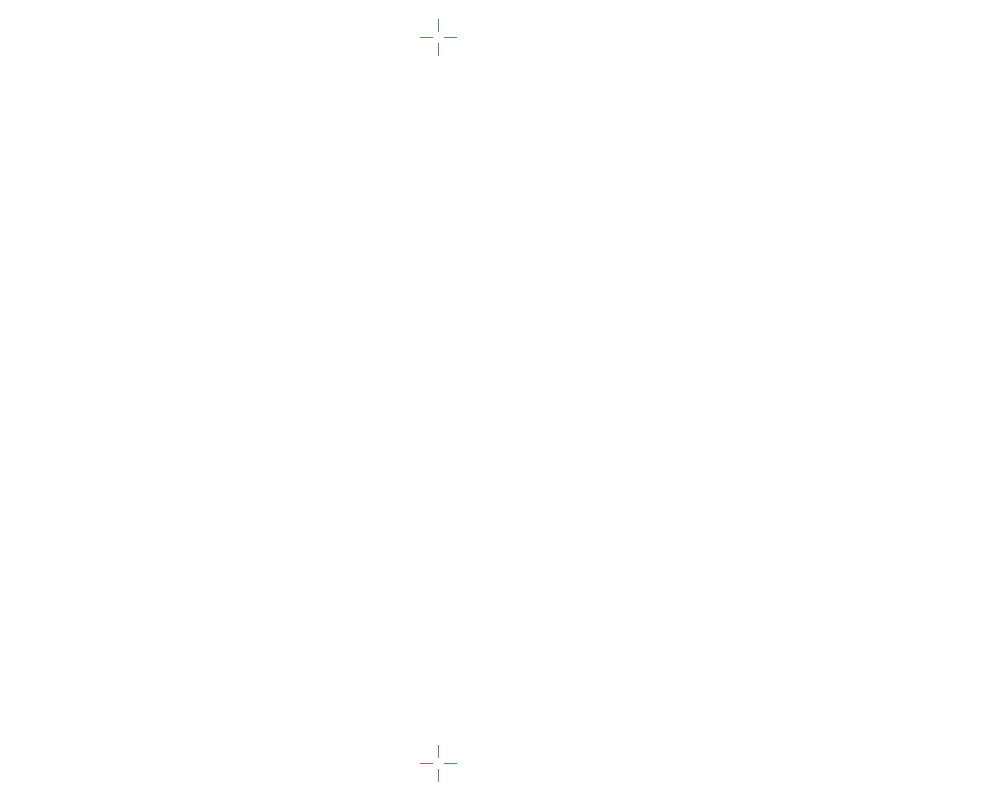
<source format=gbs>
*%FSLAX23Y23*%
*%MOIN*%
G01*
D18*
X9802Y9147D02*
Y9187D01*
Y9227D02*
Y9267D01*
X9822Y9207D02*
X9862D01*
X9782D02*
X9742D01*
X9802Y6767D02*
Y6727D01*
Y6807D02*
Y6847D01*
X9822Y6787D02*
X9862D01*
X9782D02*
X9742D01*
D33*
X9537Y8097D02*
D03*
Y7997D02*
D03*
X9437D02*
D03*
Y8097D02*
D03*
X9337Y7997D02*
D03*
Y8097D02*
D03*
D34*
X8902Y8747D02*
D03*
X9002D02*
D03*
Y8822D02*
D03*
X8902D02*
D03*
D35*
X10287Y9157D02*
D03*
Y9257D02*
D03*
X8802Y8382D02*
D03*
X8872Y6787D02*
D03*
X10252Y8797D02*
D03*
Y8297D02*
D03*
X10007Y8797D02*
D03*
Y8697D02*
D03*
X10117Y8922D02*
D03*
Y8322D02*
D03*
X11427Y9197D02*
D03*
X11327Y9097D02*
D03*
X11427D02*
D03*
X11327Y8997D02*
D03*
X11427D02*
D03*
X11327Y8897D02*
D03*
X11427D02*
D03*
X11327Y8797D02*
D03*
Y8697D02*
D03*
X11427D02*
D03*
X11327Y8597D02*
D03*
X11427D02*
D03*
X11327Y8497D02*
D03*
X11427D02*
D03*
X11327Y8397D02*
D03*
X11427D02*
D03*
X11327Y8297D02*
D03*
X11427D02*
D03*
X11327Y8197D02*
D03*
X11427D02*
D03*
X11327Y8097D02*
D03*
X11427D02*
D03*
X11327Y7997D02*
D03*
X11427D02*
D03*
X11327Y7897D02*
D03*
X11427D02*
D03*
X11327Y7797D02*
D03*
X11427D02*
D03*
X11327Y7697D02*
D03*
X11427D02*
D03*
X11327Y7597D02*
D03*
X11427D02*
D03*
X11327Y7497D02*
D03*
X11427D02*
D03*
X11327Y7397D02*
D03*
X11427D02*
D03*
X11327Y7297D02*
D03*
X11427D02*
D03*
Y8797D02*
D03*
X11327Y9197D02*
D03*
X11012Y9097D02*
D03*
Y8997D02*
D03*
Y8897D02*
D03*
Y8797D02*
D03*
Y8697D02*
D03*
Y8597D02*
D03*
Y8497D02*
D03*
Y8397D02*
D03*
Y8297D02*
D03*
X11162Y8197D02*
D03*
Y9197D02*
D03*
X10787Y7397D02*
D03*
X10532D02*
D03*
X10227Y7632D02*
D03*
Y7332D02*
D03*
X10007Y7497D02*
D03*
Y7597D02*
D03*
Y7697D02*
D03*
X9907Y7797D02*
D03*
Y7017D02*
D03*
X9667Y8467D02*
D03*
Y7967D02*
D03*
X8802Y8472D02*
D03*
X9102D02*
D03*
X9002D02*
D03*
X8902D02*
D03*
X9507Y7497D02*
D03*
Y7397D02*
D03*
X9617Y7497D02*
D03*
Y8297D02*
D03*
X9712Y7897D02*
D03*
Y8297D02*
D03*
X9707Y7497D02*
D03*
Y7297D02*
D03*
X8727Y7782D02*
D03*
X8427D02*
D03*
Y7182D02*
D03*
X8727D02*
D03*
X9267Y8197D02*
D03*
Y7597D02*
D03*
X9197Y8152D02*
D03*
Y7952D02*
D03*
X8977Y6887D02*
D03*
X8777D02*
D03*
X9852Y8257D02*
D03*
Y7857D02*
D03*
X9122Y7912D02*
D03*
Y8112D02*
D03*
D39*
X8817Y7697D02*
D03*
Y7647D02*
D03*
Y7597D02*
D03*
Y7547D02*
D03*
Y7497D02*
D03*
Y7447D02*
D03*
Y7397D02*
D03*
Y7347D02*
D03*
Y7297D02*
D03*
Y7247D02*
D03*
Y7197D02*
D03*
Y7147D02*
D03*
Y7097D02*
D03*
Y7047D02*
D03*
X9197D02*
D03*
Y7097D02*
D03*
Y7147D02*
D03*
Y7197D02*
D03*
Y7247D02*
D03*
Y7297D02*
D03*
Y7347D02*
D03*
Y7397D02*
D03*
Y7447D02*
D03*
Y7497D02*
D03*
Y7547D02*
D03*
Y7597D02*
D03*
Y7647D02*
D03*
Y7697D02*
D03*
D40*
X10182Y9182D02*
D03*
Y8807D02*
D03*
X10007Y8897D02*
D03*
Y8997D02*
D03*
Y8597D02*
D03*
Y8497D02*
D03*
Y8397D02*
D03*
X10117Y8237D02*
D03*
X9917D02*
D03*
X10412Y9097D02*
D03*
X11012Y8197D02*
D03*
Y8097D02*
D03*
Y7997D02*
D03*
Y7897D02*
D03*
Y7797D02*
D03*
Y7697D02*
D03*
Y7597D02*
D03*
Y7497D02*
D03*
Y7397D02*
D03*
Y7297D02*
D03*
Y7197D02*
D03*
X10412D02*
D03*
Y7297D02*
D03*
Y7397D02*
D03*
Y7497D02*
D03*
Y7597D02*
D03*
Y7697D02*
D03*
Y7797D02*
D03*
Y7897D02*
D03*
Y7997D02*
D03*
Y8097D02*
D03*
Y8197D02*
D03*
Y8297D02*
D03*
Y8397D02*
D03*
Y8497D02*
D03*
Y8597D02*
D03*
Y8697D02*
D03*
Y8797D02*
D03*
Y8897D02*
D03*
Y8997D02*
D03*
X10317Y7097D02*
D03*
Y7497D02*
D03*
X10147D02*
D03*
Y7097D02*
D03*
X11357Y6842D02*
D03*
X10957D02*
D03*
X10782D02*
D03*
X10382D02*
D03*
X10492Y6987D02*
D03*
X10332D02*
D03*
X10077D02*
D03*
X10237D02*
D03*
X10222Y7997D02*
D03*
X10022D02*
D03*
X9917Y8147D02*
D03*
X10117D02*
D03*
X11327Y7067D02*
D03*
Y6907D02*
D03*
X10007Y7197D02*
D03*
Y7297D02*
D03*
Y7397D02*
D03*
Y7797D02*
D03*
X10862Y7242D02*
D03*
Y6842D02*
D03*
X8677Y8382D02*
D03*
Y8222D02*
D03*
X8507Y8622D02*
D03*
Y8222D02*
D03*
X9507Y7697D02*
D03*
Y7597D02*
D03*
Y7297D02*
D03*
Y7197D02*
D03*
Y7097D02*
D03*
X9807D02*
D03*
Y7197D02*
D03*
Y7297D02*
D03*
Y7397D02*
D03*
Y7497D02*
D03*
Y7597D02*
D03*
Y7697D02*
D03*
Y7797D02*
D03*
X9507D02*
D03*
X8757Y8067D02*
D03*
X8557D02*
D03*
X8757Y7972D02*
D03*
X8557D02*
D03*
X8647Y7797D02*
D03*
Y7597D02*
D03*
X8427Y7867D02*
D03*
Y7667D02*
D03*
X8842Y7802D02*
D03*
Y8202D02*
D03*
X8942Y7802D02*
D03*
Y8202D02*
D03*
X9042Y7802D02*
D03*
Y8202D02*
D03*
X8517Y7667D02*
D03*
Y7867D02*
D03*
X9782Y8147D02*
D03*
Y7947D02*
D03*
X9422Y6947D02*
D03*
Y7347D02*
D03*
X9342Y7447D02*
D03*
Y6947D02*
D03*
X9107Y6907D02*
D03*
Y6787D02*
D03*
X9262D02*
D03*
Y7187D02*
D03*
X10007Y6937D02*
D03*
X9607D02*
D03*
X8612Y7017D02*
D03*
X8732D02*
D03*
X8527Y7072D02*
D03*
Y6872D02*
D03*
D42*
X9802Y9207D02*
D03*
Y6787D02*
D03*
D45*
X9557D02*
D03*
D46*
X11587Y9207D02*
D03*
Y6787D02*
D03*
Y8052D02*
D03*
X10022Y9207D02*
D03*
Y6787D02*
D03*
X8422Y9207D02*
D03*
X9552D02*
D03*
X8422Y6787D02*
D03*
Y8052D02*
D03*
D49*
X9192Y8932D02*
D03*
X8712D02*
D03*
M02*

</source>
